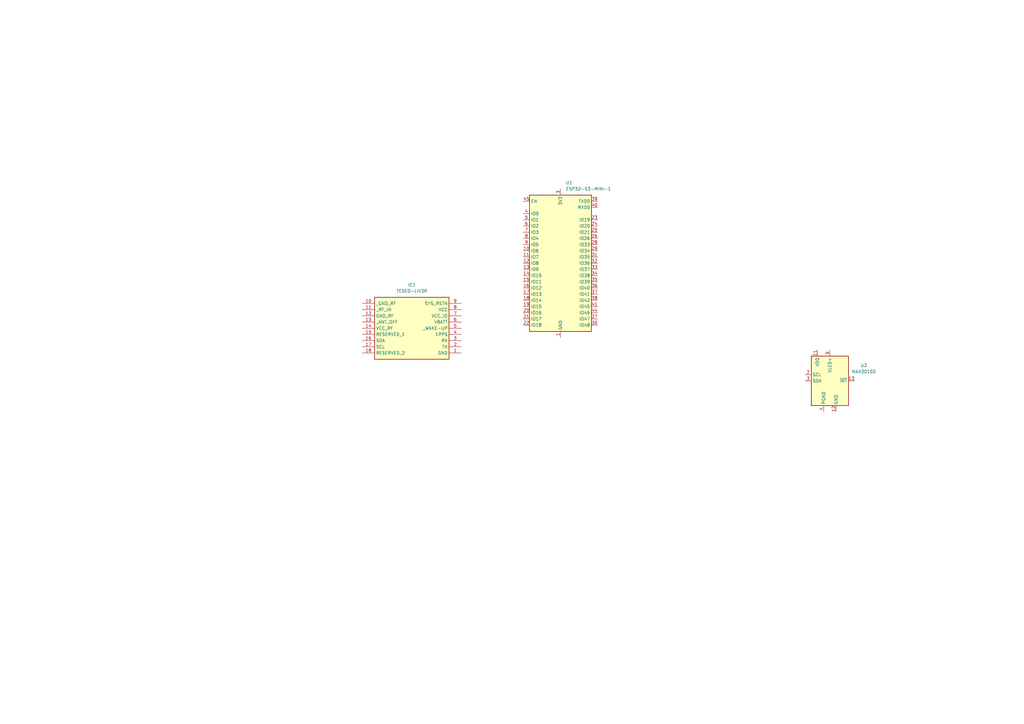
<source format=kicad_sch>
(kicad_sch (version 20231120) (generator "eeschema") (generator_version "8.0")
  (paper "A3")
  (title_block (date "2025-02-12"))
  (lib_symbols
    (symbol "RF_Module:ESP32-S3-MINI-1"
      (property "Reference" "U" (at -11.43 29.21 0))
      (property "Value" "ESP32-S3-MINI-1" (at 12.7 29.21 0))
      (symbol "ESP32-S3-MINI-1_0_1"
        (rectangle (start -12.7 27.94) (end 12.7 -27.94) (stroke (width 0.254)) (fill (type background)))
      )
      (symbol "ESP32-S3-MINI-1_1_1"
        (pin power_in line (at 0 -30.48 90) (length 2.54) (name "GND") (number "1"))
        (pin bidirectional line (at -15.24 5.08 0) (length 2.54) (name "IO6") (number "10"))
        (pin bidirectional line (at -15.24 2.54 0) (length 2.54) (name "IO7") (number "11"))
        (pin bidirectional line (at -15.24 0 0) (length 2.54) (name "IO8") (number "12"))
        (pin bidirectional line (at -15.24 -2.54 0) (length 2.54) (name "IO9") (number "13"))
        (pin bidirectional line (at -15.24 -5.08 0) (length 2.54) (name "IO10") (number "14"))
        (pin bidirectional line (at -15.24 -7.62 0) (length 2.54) (name "IO11") (number "15"))
        (pin bidirectional line (at -15.24 -10.16 0) (length 2.54) (name "IO12") (number "16"))
        (pin bidirectional line (at -15.24 -12.7 0) (length 2.54) (name "IO13") (number "17"))
        (pin bidirectional line (at -15.24 -15.24 0) (length 2.54) (name "IO14") (number "18"))
        (pin bidirectional line (at -15.24 -17.78 0) (length 2.54) (name "IO15") (number "19"))
        (pin passive line (at 0 -30.48 90) (length 2.54) hide (name "GND") (number "2"))
        (pin bidirectional line (at -15.24 -20.32 0) (length 2.54) (name "IO16") (number "20"))
        (pin bidirectional line (at -15.24 -22.86 0) (length 2.54) (name "IO17") (number "21"))
        (pin bidirectional line (at -15.24 -25.4 0) (length 2.54) (name "IO18") (number "22"))
        (pin bidirectional line (at 15.24 17.78 180) (length 2.54) (name "IO19") (number "23"))
        (pin bidirectional line (at 15.24 15.24 180) (length 2.54) (name "IO20") (number "24"))
        (pin bidirectional line (at 15.24 12.7 180) (length 2.54) (name "IO21") (number "25"))
        (pin bidirectional line (at 15.24 10.16 180) (length 2.54) (name "IO26") (number "26"))
        (pin bidirectional line (at 15.24 -22.86 180) (length 2.54) (name "IO47") (number "27"))
        (pin bidirectional line (at 15.24 7.62 180) (length 2.54) (name "IO33") (number "28"))
        (pin bidirectional line (at 15.24 5.08 180) (length 2.54) (name "IO34") (number "29"))
        (pin power_in line (at 0 30.48 270) (length 2.54) (name "3V3") (number "3"))
        (pin bidirectional line (at 15.24 -25.4 180) (length 2.54) (name "IO48") (number "30"))
        (pin bidirectional line (at 15.24 2.54 180) (length 2.54) (name "IO35") (number "31"))
        (pin bidirectional line (at 15.24 0 180) (length 2.54) (name "IO36") (number "32"))
        (pin bidirectional line (at 15.24 -2.54 180) (length 2.54) (name "IO37") (number "33"))
        (pin bidirectional line (at 15.24 -5.08 180) (length 2.54) (name "IO38") (number "34"))
        (pin bidirectional line (at 15.24 -7.62 180) (length 2.54) (name "IO39") (number "35"))
        (pin bidirectional line (at 15.24 -10.16 180) (length 2.54) (name "IO40") (number "36"))
        (pin bidirectional line (at 15.24 -12.7 180) (length 2.54) (name "IO41") (number "37"))
        (pin bidirectional line (at 15.24 -15.24 180) (length 2.54) (name "IO42") (number "38"))
        (pin bidirectional line (at 15.24 25.4 180) (length 2.54) (name "TXD0") (number "39"))
        (pin bidirectional line (at -15.24 20.32 0) (length 2.54) (name "IO0") (number "4"))
        (pin bidirectional line (at 15.24 22.86 180) (length 2.54) (name "RXD0") (number "40"))
        (pin bidirectional line (at 15.24 -17.78 180) (length 2.54) (name "IO45") (number "41"))
        (pin passive line (at 0 -30.48 90) (length 2.54) hide (name "GND") (number "42"))
        (pin passive line (at 0 -30.48 90) (length 2.54) hide (name "GND") (number "43"))
        (pin bidirectional line (at 15.24 -20.32 180) (length 2.54) (name "IO46") (number "44"))
        (pin input line (at -15.24 25.4 0) (length 2.54) (name "EN") (number "45"))
        (pin passive line (at 0 -30.48 90) (length 2.54) hide (name "GND") (number "46"))
        (pin passive line (at 0 -30.48 90) (length 2.54) hide (name "GND") (number "47"))
        (pin passive line (at 0 -30.48 90) (length 2.54) hide (name "GND") (number "48"))
        (pin passive line (at 0 -30.48 90) (length 2.54) hide (name "GND") (number "49"))
        (pin bidirectional line (at -15.24 17.78 0) (length 2.54) (name "IO1") (number "5"))
        (pin passive line (at 0 -30.48 90) (length 2.54) hide (name "GND") (number "50"))
        (pin passive line (at 0 -30.48 90) (length 2.54) hide (name "GND") (number "51"))
        (pin passive line (at 0 -30.48 90) (length 2.54) hide (name "GND") (number "52"))
        (pin passive line (at 0 -30.48 90) (length 2.54) hide (name "GND") (number "53"))
        (pin passive line (at 0 -30.48 90) (length 2.54) hide (name "GND") (number "54"))
        (pin passive line (at 0 -30.48 90) (length 2.54) hide (name "GND") (number "55"))
        (pin passive line (at 0 -30.48 90) (length 2.54) hide (name "GND") (number "56"))
        (pin passive line (at 0 -30.48 90) (length 2.54) hide (name "GND") (number "57"))
        (pin passive line (at 0 -30.48 90) (length 2.54) hide (name "GND") (number "58"))
        (pin passive line (at 0 -30.48 90) (length 2.54) hide (name "GND") (number "59"))
        (pin bidirectional line (at -15.24 15.24 0) (length 2.54) (name "IO2") (number "6"))
        (pin passive line (at 0 -30.48 90) (length 2.54) hide (name "GND") (number "60"))
        (pin passive line (at 0 -30.48 90) (length 2.54) hide (name "GND") (number "61"))
        (pin passive line (at 0 -30.48 90) (length 2.54) hide (name "GND") (number "62"))
        (pin passive line (at 0 -30.48 90) (length 2.54) hide (name "GND") (number "63"))
        (pin passive line (at 0 -30.48 90) (length 2.54) hide (name "GND") (number "64"))
        (pin passive line (at 0 -30.48 90) (length 2.54) hide (name "GND") (number "65"))
        (pin bidirectional line (at -15.24 12.7 0) (length 2.54) (name "IO3") (number "7"))
        (pin bidirectional line (at -15.24 10.16 0) (length 2.54) (name "IO4") (number "8"))
        (pin bidirectional line (at -15.24 7.62 0) (length 2.54) (name "IO5") (number "9"))
      )
    )
    (symbol "SamacSys_Parts:TESEO-LIV3R"
      (property "Reference" "IC" (at 36.83 7.62 0))
      (property "Value" "TESEO-LIV3R" (at 36.83 5.08 0))
      (symbol "TESEO-LIV3R_1_1"
        (rectangle (start 5.08 2.54) (end 35.56 -22.86) (stroke (width 0.254)) (fill (type background)))
        (pin passive line (at 40.64 -20.32 180) (length 5.08) (name "GND") (number "1"))
        (pin passive line (at 0 0 0) (length 5.08) (name "_GND_RF") (number "10"))
        (pin passive line (at 0 -2.54 0) (length 5.08) (name "_RF_IN") (number "11"))
        (pin passive line (at 0 -5.08 0) (length 5.08) (name "GND_RF") (number "12"))
        (pin passive line (at 0 -7.62 0) (length 5.08) (name "_ANT_OFF") (number "13"))
        (pin passive line (at 0 -10.16 0) (length 5.08) (name "VCC_RF") (number "14"))
        (pin passive line (at 0 -12.7 0) (length 5.08) (name "RESERVED_1") (number "15"))
        (pin passive line (at 0 -15.24 0) (length 5.08) (name "SDA") (number "16"))
        (pin passive line (at 0 -17.78 0) (length 5.08) (name "SCL") (number "17"))
        (pin passive line (at 0 -20.32 0) (length 5.08) (name "RESERVED_2") (number "18"))
        (pin passive line (at 40.64 -17.78 180) (length 5.08) (name "TX") (number "2"))
        (pin passive line (at 40.64 -15.24 180) (length 5.08) (name "RX") (number "3"))
        (pin passive line (at 40.64 -12.7 180) (length 5.08) (name "1PPS") (number "4"))
        (pin passive line (at 40.64 -10.16 180) (length 5.08) (name "_WAKE-UP") (number "5"))
        (pin passive line (at 40.64 -7.62 180) (length 5.08) (name "VBATT") (number "6"))
        (pin passive line (at 40.64 -5.08 180) (length 5.08) (name "VCC_IO") (number "7"))
        (pin passive line (at 40.64 -2.54 180) (length 5.08) (name "VCC") (number "8"))
        (pin passive line (at 40.64 0 180) (length 5.08) (name "SYS_RSTN") (number "9"))
      )
    )
    (symbol "Sensor:MAX30102"
      (property "Reference" "U" (at 7.62 15.24 0))
      (property "Value" "MAX30102" (at 7.62 12.7 0))
      (symbol "MAX30102_0_1"
        (rectangle (start -7.62 10.16) (end 7.62 -10.16) (stroke (width 0.254)) (fill (type background)))
      )
      (symbol "MAX30102_1_1"
        (pin no_connect line (at -7.62 5.08 0) (length 2.54) hide (name "NC") (number "1"))
        (pin passive line (at 0 12.7 270) (length 2.54) hide (name "VLED+") (number "10"))
        (pin power_in line (at -5.08 12.7 270) (length 2.54) (name "VDD") (number "11"))
        (pin power_in line (at 2.54 -12.7 90) (length 2.54) (name "GND") (number "12"))
        (pin output line (at 10.16 0 180) (length 2.54) (name "~{INT}") (number "13"))
        (pin no_connect line (at 7.62 2.54 180) (length 2.54) hide (name "NC") (number "14"))
        (pin input line (at -10.16 2.54 0) (length 2.54) (name "SCL") (number "2"))
        (pin bidirectional line (at -10.16 0 0) (length 2.54) (name "SDA") (number "3"))
        (pin power_in line (at -2.54 -12.7 90) (length 2.54) (name "PGND") (number "4"))
        (pin no_connect line (at 7.62 -7.62 180) (length 2.54) hide (name "NC") (number "5"))
        (pin no_connect line (at 7.62 -5.08 180) (length 2.54) hide (name "NC") (number "6"))
        (pin no_connect line (at -7.62 -2.54 0) (length 2.54) hide (name "NC") (number "7"))
        (pin no_connect line (at 7.62 5.08 180) (length 2.54) hide (name "NC") (number "8"))
        (pin power_in line (at 0 12.7 270) (length 2.54) (name "VLED+") (number "9"))
      )
    )
  )
  (symbol (lib_id "Sensor:MAX30102") (at 340.36 156.21 0) (unit 1)
    (property "Reference" "U2" (at 354.33 149.8914 0))
    (property "Value" "MAX30102" (at 354.33 152.4314 0))
    (property "Footprint" "OptoDevice:Maxim_OLGA-14_3.3x5.6mm_P0.8mm" (effects (hide yes)))
    (property "Datasheet" "https://datasheets.maximintegrated.com/en/ds/MAX30102.pdf" (effects (hide yes)))
    (property "Description" "Heart Rate Sensor, 14-OLGA" (effects (hide yes)))
  )
  (symbol (lib_id "SamacSys_Parts:TESEO-LIV3R") (at 148.59 124.46 0) (unit 1)
    (property "Reference" "IC1" (at 168.91 116.84 0))
    (property "Value" "TESEO-LIV3R" (at 168.91 119.38 0))
    (property "Footprint" "TESEOLIV3R" (effects (hide yes)))
    (property "Datasheet" "https://www.st.com/resource/en/datasheet/teseo-liv3r.pdf" (effects (hide yes)))
    (property "Description" "- RF Receiver BeiDou, GLONASS, GNSS, GPS 1.561GHz, 1.575MHz -163dBm Not Included 18-LCC (9.7x10.1)" (effects (hide yes)))
    (property "Height" "2.3" (effects (hide yes)))
    (property "Manufacturer_Name" "STMicroelectronics" (effects (hide yes)))
    (property "Manufacturer_Part_Number" "TESEO-LIV3R" (effects (hide yes)))
    (property "Mouser Part Number" "511-TESEO-LIV3R" (effects (hide yes)))
    (property "Mouser Price/Stock" "https://www.mouser.co.uk/ProductDetail/STMicroelectronics/TESEO-LIV3R?qs=ZSypp649SOXG7EmhCFcBlw%3D%3D" (effects (hide yes)))
    (property "Arrow Part Number" "TESEO-LIV3R" (effects (hide yes)))
    (property "Arrow Price/Stock" "https://www.arrow.com/en/products/teseo-liv3r/stmicroelectronics?region=nac" (effects (hide yes)))
  )
  (symbol (lib_id "RF_Module:ESP32-S3-MINI-1") (at 229.87 107.95 0) (unit 1)
    (property "Reference" "U1" (at 232.0641 74.93 0) (effects (justify left)))
    (property "Value" "ESP32-S3-MINI-1" (at 232.0641 77.47 0) (effects (justify left)))
    (property "Footprint" "RF_Module:ESP32-S2-MINI-1" (effects (hide yes)))
    (property "Datasheet" "https://www.espressif.com/sites/default/files/documentation/esp32-s3-mini-1_mini-1u_datasheet_en.pdf" (effects (hide yes)))
    (property "Description" "RF Module, ESP32-S3 SoC, Wi-Fi 802.11b/g/n, Bluetooth, BLE, 32-bit, 3.3V, SMD, onboard antenna" (effects (hide yes)))
  )
)
</source>
